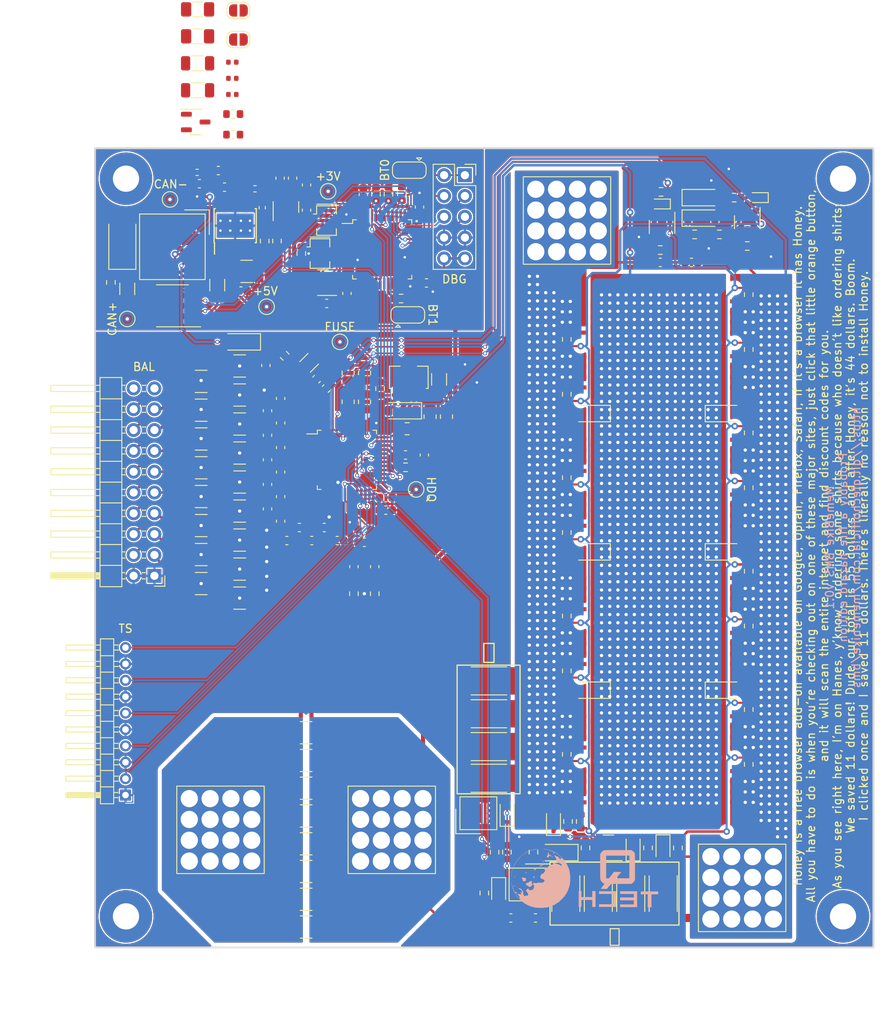
<source format=kicad_pcb>
(kicad_pcb (version 20221018) (generator pcbnew)

  (general
    (thickness 1.6)
  )

  (paper "A4")
  (layers
    (0 "F.Cu" signal)
    (31 "B.Cu" signal)
    (32 "B.Adhes" user "B.Adhesive")
    (33 "F.Adhes" user "F.Adhesive")
    (34 "B.Paste" user)
    (35 "F.Paste" user)
    (36 "B.SilkS" user "B.Silkscreen")
    (37 "F.SilkS" user "F.Silkscreen")
    (38 "B.Mask" user)
    (39 "F.Mask" user)
    (40 "Dwgs.User" user "User.Drawings")
    (41 "Cmts.User" user "User.Comments")
    (42 "Eco1.User" user "User.Eco1")
    (43 "Eco2.User" user "User.Eco2")
    (44 "Edge.Cuts" user)
    (45 "Margin" user)
    (46 "B.CrtYd" user "B.Courtyard")
    (47 "F.CrtYd" user "F.Courtyard")
    (48 "B.Fab" user)
    (49 "F.Fab" user)
    (50 "User.1" user)
    (51 "User.2" user)
    (52 "User.3" user)
    (53 "User.4" user)
    (54 "User.5" user)
    (55 "User.6" user)
    (56 "User.7" user)
    (57 "User.8" user)
    (58 "User.9" user)
  )

  (setup
    (stackup
      (layer "F.SilkS" (type "Top Silk Screen") (color "White"))
      (layer "F.Paste" (type "Top Solder Paste"))
      (layer "F.Mask" (type "Top Solder Mask") (color "Purple") (thickness 0.01))
      (layer "F.Cu" (type "copper") (thickness 0.035))
      (layer "dielectric 1" (type "core") (thickness 1.51) (material "FR4") (epsilon_r 4.5) (loss_tangent 0.02))
      (layer "B.Cu" (type "copper") (thickness 0.035))
      (layer "B.Mask" (type "Bottom Solder Mask") (color "Purple") (thickness 0.01))
      (layer "B.Paste" (type "Bottom Solder Paste"))
      (layer "B.SilkS" (type "Bottom Silk Screen") (color "White"))
      (copper_finish "None")
      (dielectric_constraints no)
    )
    (pad_to_mask_clearance 0)
    (grid_origin 82.365773 0)
    (pcbplotparams
      (layerselection 0x00010fc_ffffffff)
      (plot_on_all_layers_selection 0x0000000_00000000)
      (disableapertmacros false)
      (usegerberextensions false)
      (usegerberattributes true)
      (usegerberadvancedattributes true)
      (creategerberjobfile true)
      (dashed_line_dash_ratio 12.000000)
      (dashed_line_gap_ratio 3.000000)
      (svgprecision 6)
      (plotframeref false)
      (viasonmask false)
      (mode 1)
      (useauxorigin false)
      (hpglpennumber 1)
      (hpglpenspeed 20)
      (hpglpendiameter 15.000000)
      (dxfpolygonmode true)
      (dxfimperialunits true)
      (dxfusepcbnewfont true)
      (psnegative false)
      (psa4output false)
      (plotreference true)
      (plotvalue true)
      (plotinvisibletext false)
      (sketchpadsonfab false)
      (subtractmaskfromsilk false)
      (outputformat 1)
      (mirror false)
      (drillshape 1)
      (scaleselection 1)
      (outputdirectory "")
    )
  )

  (net 0 "")
  (net 1 "/Protector/BAT")
  (net 2 "/Protector/CP1")
  (net 3 "/Protector/VC0")
  (net 4 "/Protector/VC15")
  (net 5 "/Protector/VC14")
  (net 6 "/Protector/VC13")
  (net 7 "/Protector/VC12")
  (net 8 "/Protector/VC11")
  (net 9 "/Protector/VC10")
  (net 10 "/Protector/VC9")
  (net 11 "/Protector/VC8")
  (net 12 "/Protector/VC7")
  (net 13 "/Protector/VC6")
  (net 14 "/Protector/VC5")
  (net 15 "/Protector/VC4")
  (net 16 "/Protector/VC3")
  (net 17 "Net-(C31-Pad2)")
  (net 18 "/Protector/VC2")
  (net 19 "/Protector/VC1")
  (net 20 "/Protector/REGIN")
  (net 21 "/5VReg_EN")
  (net 22 "/Protector/SRP")
  (net 23 "/Protector/SRN")
  (net 24 "+BATT")
  (net 25 "Net-(U1-REG18)")
  (net 26 "Net-(D1-K)")
  (net 27 "Net-(D2-K)")
  (net 28 "/Protector/VC16")
  (net 29 "/High Side Fets/PACK+")
  (net 30 "/Protector/REG2")
  (net 31 "/High Side Fets/CD")
  (net 32 "/VC15")
  (net 33 "/High Side Fets/Cgate")
  (net 34 "Net-(Q8-G)")
  (net 35 "Net-(Q9-G)")
  (net 36 "Net-(Q10-G)")
  (net 37 "Net-(Q11-G)")
  (net 38 "Net-(Q12-G)")
  (net 39 "Net-(Q13-G)")
  (net 40 "Net-(Q14-G)")
  (net 41 "Net-(D3-A)")
  (net 42 "/High Side Fets/Dgate")
  (net 43 "Net-(C36-Pad2)")
  (net 44 "/SDA")
  (net 45 "/SCL")
  (net 46 "Net-(Q16-G)")
  (net 47 "Net-(Q17-G)")
  (net 48 "Net-(Q18-G)")
  (net 49 "Net-(D5-A)")
  (net 50 "Net-(Q19-G)")
  (net 51 "Net-(Q20-G)")
  (net 52 "Net-(Q21-G)")
  (net 53 "Net-(Q22-G)")
  (net 54 "/High Side Fets/DSG")
  (net 55 "/High Side Fets/CHG")
  (net 56 "Net-(R5-Pad1)")
  (net 57 "Net-(U1-RST_SHUT)")
  (net 58 "/MCU/OSC32_IN")
  (net 59 "/MCU/OSC32_OUT")
  (net 60 "unconnected-(U1-NC-Pad19)")
  (net 61 "Net-(D7-K)")
  (net 62 "/Protector/BREG")
  (net 63 "Net-(Q2-C)")
  (net 64 "Net-(Q3-C)")
  (net 65 "Net-(Q4-G)")
  (net 66 "GND1")
  (net 67 "Net-(R62-Pad1)")
  (net 68 "Net-(R65-Pad1)")
  (net 69 "/Protector/LD")
  (net 70 "unconnected-(U1-NC-Pad44)")
  (net 71 "Net-(R67-Pad1)")
  (net 72 "/VC10")
  (net 73 "/VC5")
  (net 74 "GND")
  (net 75 "/VC14")
  (net 76 "/VC13")
  (net 77 "/VC12")
  (net 78 "/VC11")
  (net 79 "/VC9")
  (net 80 "/VC8")
  (net 81 "/VC7")
  (net 82 "/VC6")
  (net 83 "/VC1")
  (net 84 "/VC2")
  (net 85 "/VC3")
  (net 86 "/VC4")
  (net 87 "/MCU/OSC_IN")
  (net 88 "/MCU/OSC_OUT")
  (net 89 "/MCU/~{RST}")
  (net 90 "/MCU/BOOT1")
  (net 91 "/MCU/SWDIO")
  (net 92 "+3.3V")
  (net 93 "/MCU/SWCLK")
  (net 94 "/Protector/PACK")
  (net 95 "/MCU/BOOT0")
  (net 96 "Net-(C40-Pad1)")
  (net 97 "unconnected-(U3C-PC13-Pad2)")
  (net 98 "Net-(U8-EN{slash}UVLO)")
  (net 99 "+5V")
  (net 100 "Net-(U8-RT)")
  (net 101 "Net-(U8-FB)")
  (net 102 "unconnected-(U8-PGOOD-Pad6)")
  (net 103 "unconnected-(U3A-PA0-Pad10)")
  (net 104 "unconnected-(U3A-PA1-Pad11)")
  (net 105 "unconnected-(U3A-PA2-Pad12)")
  (net 106 "unconnected-(U3A-PA3-Pad13)")
  (net 107 "unconnected-(U3A-PA4-Pad14)")
  (net 108 "unconnected-(U3A-PA5-Pad15)")
  (net 109 "unconnected-(U3A-PA6-Pad16)")
  (net 110 "unconnected-(U3A-PA7-Pad17)")
  (net 111 "unconnected-(U3B-PB0-Pad18)")
  (net 112 "unconnected-(U3B-PB1-Pad19)")
  (net 113 "unconnected-(U3B-PB10-Pad21)")
  (net 114 "unconnected-(U3B-PB11-Pad22)")
  (net 115 "unconnected-(U3B-PB12-Pad25)")
  (net 116 "unconnected-(U3B-PB13-Pad26)")
  (net 117 "unconnected-(U3B-PB14-Pad27)")
  (net 118 "unconnected-(U3B-PB15-Pad28)")
  (net 119 "unconnected-(U3A-PA8-Pad29)")
  (net 120 "unconnected-(U3A-PA15-Pad38)")
  (net 121 "unconnected-(U3B-PB3-Pad39)")
  (net 122 "unconnected-(U3B-PB4-Pad40)")
  (net 123 "unconnected-(U3B-PB5-Pad41)")
  (net 124 "unconnected-(U3B-PB9-Pad46)")
  (net 125 "/ALERT")
  (net 126 "/Protector/HDQ")
  (net 127 "/MCU/CAN_RX")
  (net 128 "/MCU/CAN_TX")
  (net 129 "-5V_{CAN}")
  (net 130 "/MCU/CAN_L")
  (net 131 "/MCU/CAN_H")
  (net 132 "+5V_{CAN}")
  (net 133 "Net-(J2-C)")
  (net 134 "/High Side Fets/PDSG")
  (net 135 "Net-(Q1-G)")
  (net 136 "Net-(Q1-D)")
  (net 137 "/High Side Fets/PCHG")
  (net 138 "Net-(Q7-G)")
  (net 139 "Net-(Q7-D)")
  (net 140 "Net-(U8-BST)")
  (net 141 "Net-(U8-SW)")
  (net 142 "Net-(D8-A)")
  (net 143 "Net-(Q5-C)")
  (net 144 "Net-(C55-Pad2)")
  (net 145 "Net-(D9-A)")
  (net 146 "/High Side Fets/BATT+")
  (net 147 "/Sense Resistor/BATT-")
  (net 148 "/Sense Resistor/PACK-")
  (net 149 "Net-(J7-C)")
  (net 150 "Net-(U1-FUSE)")
  (net 151 "Net-(J8-Pin_1)")
  (net 152 "/MCU/UART_RX")
  (net 153 "/MCU/UART_TX")
  (net 154 "Net-(J8-Pin_10)")
  (net 155 "/Sense Resistor/SRRP")
  (net 156 "/Sense Resistor/SRRN")
  (net 157 "/TS1")
  (net 158 "/TS2")
  (net 159 "/TS3")
  (net 160 "/TS5")
  (net 161 "/TS4")
  (net 162 "unconnected-(J10-Pin_19-Pad19)")
  (net 163 "unconnected-(J10-Pin_20-Pad20)")
  (net 164 "Net-(J1-Pin_3)")
  (net 165 "Net-(J1-Pin_2)")
  (net 166 "Net-(JP1-A)")
  (net 167 "Net-(JP2-A)")
  (net 168 "Net-(Q6-G)")
  (net 169 "Net-(Q15-G)")

  (footprint "qtech:SOP-Advance-8" (layer "F.Cu") (at 75.690773 144.982899 -90))

  (footprint "qtech:MLPAK33" (layer "F.Cu") (at 66.398273 163.595 -90))

  (footprint "Resistor_SMD:R_2512_6332Metric" (layer "F.Cu") (at 75.033363 164.7175 90))

  (footprint "Capacitor_SMD:C_0603_1608Metric" (layer "F.Cu") (at 34.468273 100.28 -90))

  (footprint "Resistor_SMD:R_0603_1608Metric" (layer "F.Cu") (at 73.472439 159.13 90))

  (footprint "Capacitor_SMD:C_0603_1608Metric" (layer "F.Cu") (at 43.168273 121.64))

  (footprint "Resistor_SMD:R_1210_3225Metric" (layer "F.Cu") (at 31.268273 103.88 180))

  (footprint "Resistor_SMD:R_0805_2012Metric" (layer "F.Cu") (at 56.505773 106.525 -90))

  (footprint "Resistor_SMD:R_0603_1608Metric" (layer "F.Cu") (at 50.965773 92.11))

  (footprint "Resistor_SMD:R_2512_6332Metric" (layer "F.Cu") (at 82.953185 164.7175 90))

  (footprint "Resistor_SMD:R_0603_1608Metric" (layer "F.Cu") (at 93.392526 108.507187 90))

  (footprint "Resistor_SMD:R_0603_1608Metric" (layer "F.Cu") (at 71.18902 113.967187 90))

  (footprint "Resistor_SMD:R_0603_1608Metric" (layer "F.Cu") (at 93.392526 115.198139 90))

  (footprint "Diode_SMD:D_SOD-323F" (layer "F.Cu") (at 63.900773 154.8825 90))

  (footprint "Resistor_SMD:R_0805_2012Metric" (layer "F.Cu") (at 46.505773 104.7125 90))

  (footprint "Capacitor_SMD:C_1206_3216Metric" (layer "F.Cu") (at 28.531773 90.4798 90))

  (footprint "Diode_SMD:D_SOD-123F" (layer "F.Cu") (at 74.290773 139.891947 180))

  (footprint "NetTie:NetTie-2_SMD_Pad0.5mm" (layer "F.Cu") (at 38.730272 143.011066 -90))

  (footprint "MountingHole:MountingHole_3.2mm_M3_Pad" (layer "F.Cu") (at 17.395773 77.49))

  (footprint "Resistor_SMD:R_0603_1608Metric" (layer "F.Cu") (at 72.890773 155.91 90))

  (footprint "Capacitor_SMD:C_0603_1608Metric" (layer "F.Cu") (at 49.105773 117.924 180))

  (footprint "Capacitor_SMD:C_0603_1608Metric" (layer "F.Cu") (at 53.215773 80.95 90))

  (footprint "Resistor_SMD:R_0603_1608Metric" (layer "F.Cu") (at 51.065773 79.335 90))

  (footprint "NetTie:NetTie-2_SMD_Pad0.5mm" (layer "F.Cu") (at 40.030273 142.9825 -90))

  (footprint "Package_TO_SOT_SMD:SOT-23-3" (layer "F.Cu") (at 82.815773 83.375 -90))

  (footprint "TestPoint:TestPoint_Pad_D1.5mm" (layer "F.Cu") (at 22.765773 80.02))

  (footprint "Package_SO:TI_SO-PowerPAD-8_ThermalVias" (layer "F.Cu") (at 30.720773 83.223 90))

  (footprint "Resistor_SMD:R_1210_3225Metric" (layer "F.Cu") (at 31.268273 125.12 180))

  (footprint "Capacitor_SMD:C_0603_1608Metric" (layer "F.Cu") (at 34.668273 117.77826 -90))

  (footprint "qtech:WP-BUFU" (layer "F.Cu") (at 92.585773 164.01))

  (footprint "Capacitor_SMD:C_1206_3216Metric" (layer "F.Cu") (at 55.605773 101.975 -90))

  (footprint "Resistor_SMD:R_2512_6332Metric" (layer "F.Cu") (at 61.685773 142.769734))

  (footprint "Capacitor_SMD:C_0603_1608Metric" (layer "F.Cu") (at 49.105773 116.4 180))

  (footprint "Capacitor_SMD:C_0603_1608Metric" (layer "F.Cu") (at 51.505773 111.2 180))

  (footprint "Resistor_SMD:R_1210_3225Metric" (layer "F.Cu") (at 39.380273 155.238871 180))

  (footprint "Resistor_SMD:R_0603_1608Metric" (layer "F.Cu") (at 81.104937 159.13 90))

  (footprint "Capacitor_SMD:C_0402_1005Metric" (layer "F.Cu") (at 30.373273 67.215))

  (footprint "Crystal:Resonator_SMD_Murata_CSTxExxV-3Pin_3.0x1.1mm" (layer "F.Cu") (at 41.865773 82.6 -90))

  (footprint "Resistor_SMD:R_0603_1608Metric" (layer "F.Cu") (at 45.210773 128.125 -90))

  (footprint "Capacitor_SMD:C_1210_3225Metric" (layer "F.Cu") (at 32.120773 88.8))

  (footprint "Resistor_SMD:R_2512_6332Metric" (layer "F.Cu") (at 78.993273 164.7175 90))

  (footprint "Resistor_SMD:R_0603_1608Metric" (layer "F.Cu") (at 30.483273 72.115))

  (footprint "Capacitor_SMD:C_0603_1608Metric" (layer "F.Cu") (at 28.665773 76.5))

  (footprint "Resistor_SMD:R_0402_1005Metric" (layer "F.Cu") (at 33.135773 78.723 180))

  (footprint "Diode_SMD:D_SOD-123F" (layer "F.Cu") (at 90.290773 139.891947))

  (footprint "Capacitor_SMD:C_0603_1608Metric" (layer "F.Cu") (at 38.549523 120.05076))

  (footprint "Capacitor_SMD:C_0603_1608Metric" (layer "F.Cu") (at 26.345773 78.1))

  (footprint "Resistor_SMD:R_0603_1608Metric" (layer "F.Cu") (at 84.753273 159.13 -90))

  (footprint "Diode_SMD:D_SOD-123F" (layer "F.Cu") (at 74.290773 123.019091 180))

  (footprint "Resistor_SMD:R_1210_3225Metric" (layer "F.Cu") (at 26.568273 116.268 180))

  (footprint "Resistor_SMD:R_0805_2012Metric" (layer "F.Cu") (at 44.505773 104.7125 90))

  (footprint "Resistor_SMD:R_1210_3225Metric" (layer "F.Cu")
    (tstamp 3911e390-9600-4c7d-9513-729c9ea4d2d2)
    (at 39.380273 165.4025 180)
    (descr "Resistor SMD 1210 (3225 Metric), square (rectangular) end terminal, IPC_7351 nominal, (Body size source: IPC-SM-782 page 72, https://www.pcb-3d.com/wordpress/wp-content/uploads/ipc-sm-782a_amendment_1_and_2.pdf), generated with kicad-footprint-generator")
    (tags "resistor")
    (property "Field2" "")
    (property "Mouser" "https://www.mouser.com/ProductDetail/Bussmann-Eaton/MSMA2512R0100FEN?qs=By6Nw2ByBD2b7%252BVYRK0SbQ%3D%3D")
    (property "Part Number" "MSMA2512R0100FEN")
    (property "Rating" "2W")
    (property "Sheetfile" "sense_resistor.kicad_sch")
    (property "Sheetname" "Sense Resistor")
    (property "ki_description" "Resistor")
    (property "ki_keywords" "R res resistor")
    (path "/96b7bea9-affb-4c55-97aa-dfa072f2d94d/02f50ebf-738f-4be0-bd92-2ed2e6cbf9bb")
    (attr smd)
    (fp_text reference "R28" (at 0 -2.28) (layer "F.SilkS") hide
        (effects (font (size 1 1) (thickness 0.15)))
      (tstamp 9e21f81c-56de-4175-918a-8aa27c399639)
    )
    (fp_text value "10m" (at 0 2.28) (layer "F.Fab")
        (effects (font (size 1 1) (thickness 0.15)))
      (tstamp a25b6e24-14e4-40c3-9879-a396ac57966e)
    )
    (fp_text user "${REFERENCE}" (at 0 0) (layer "F.Fab")
        (effects (font (size 0.8 0.8) (thickness 0.12)))
      (tstamp 600e69bb-6db5-4115-ab78-c6c99ce1117c)
    )
    (fp_line (start -0.723737 -1.355) (end 0.723737 -1.355)
      (stroke (width 0.12) (type solid)) (layer "F.SilkS") (tstamp 912ad2fe-995d-40b5-b676-d89637e9b99f))
    (fp_line (start -0.723737 1.355) (end 0.723737 1.355)
      (stroke (width 0.12) (type solid)) (layer "F.SilkS") (tstamp a9304f5b-4a75-4d33-a809-3e2b1b5b8f0e))
    (fp_line (start -2.28 -1.58) (end 2.28 -1.58)
      (stroke (width 0.05) (type solid)) (layer "F.CrtYd") (tstamp 81125b2b-de7e-498a-9bfd-08a64d36854f))
    (fp_line (start -2.28 1.58) (end -2.28 -1.58)
      (stroke (width 0.05) (type solid)) (layer "F.CrtYd") (tstamp a836d401-43ff-4e2a-be92-4d252471ddac))
    (fp_line (start 2.28 -1.58) (end 2.28 1.58)
      (stroke (width 0.05) (type solid)) (layer
... [2148732 chars truncated]
</source>
